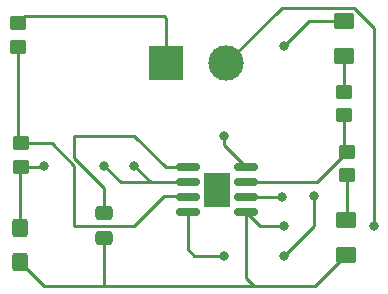
<source format=gbr>
%TF.GenerationSoftware,KiCad,Pcbnew,(6.0.10-0)*%
%TF.CreationDate,2023-02-17T09:13:00-08:00*%
%TF.ProjectId,lab4_Exercise2,6c616234-5f45-4786-9572-63697365322e,rev?*%
%TF.SameCoordinates,Original*%
%TF.FileFunction,Copper,L1,Top*%
%TF.FilePolarity,Positive*%
%FSLAX46Y46*%
G04 Gerber Fmt 4.6, Leading zero omitted, Abs format (unit mm)*
G04 Created by KiCad (PCBNEW (6.0.10-0)) date 2023-02-17 09:13:00*
%MOMM*%
%LPD*%
G01*
G04 APERTURE LIST*
G04 Aperture macros list*
%AMRoundRect*
0 Rectangle with rounded corners*
0 $1 Rounding radius*
0 $2 $3 $4 $5 $6 $7 $8 $9 X,Y pos of 4 corners*
0 Add a 4 corners polygon primitive as box body*
4,1,4,$2,$3,$4,$5,$6,$7,$8,$9,$2,$3,0*
0 Add four circle primitives for the rounded corners*
1,1,$1+$1,$2,$3*
1,1,$1+$1,$4,$5*
1,1,$1+$1,$6,$7*
1,1,$1+$1,$8,$9*
0 Add four rect primitives between the rounded corners*
20,1,$1+$1,$2,$3,$4,$5,0*
20,1,$1+$1,$4,$5,$6,$7,0*
20,1,$1+$1,$6,$7,$8,$9,0*
20,1,$1+$1,$8,$9,$2,$3,0*%
G04 Aperture macros list end*
%TA.AperFunction,SMDPad,CuDef*%
%ADD10RoundRect,0.250001X0.624999X-0.462499X0.624999X0.462499X-0.624999X0.462499X-0.624999X-0.462499X0*%
%TD*%
%TA.AperFunction,SMDPad,CuDef*%
%ADD11RoundRect,0.250000X-0.450000X0.350000X-0.450000X-0.350000X0.450000X-0.350000X0.450000X0.350000X0*%
%TD*%
%TA.AperFunction,SMDPad,CuDef*%
%ADD12RoundRect,0.150000X0.825000X0.150000X-0.825000X0.150000X-0.825000X-0.150000X0.825000X-0.150000X0*%
%TD*%
%TA.AperFunction,SMDPad,CuDef*%
%ADD13R,2.290000X3.000000*%
%TD*%
%TA.AperFunction,ComponentPad*%
%ADD14R,3.000000X3.000000*%
%TD*%
%TA.AperFunction,ComponentPad*%
%ADD15C,3.000000*%
%TD*%
%TA.AperFunction,SMDPad,CuDef*%
%ADD16RoundRect,0.250000X-0.425000X0.537500X-0.425000X-0.537500X0.425000X-0.537500X0.425000X0.537500X0*%
%TD*%
%TA.AperFunction,SMDPad,CuDef*%
%ADD17RoundRect,0.250000X-0.475000X0.337500X-0.475000X-0.337500X0.475000X-0.337500X0.475000X0.337500X0*%
%TD*%
%TA.AperFunction,ViaPad*%
%ADD18C,0.800000*%
%TD*%
%TA.AperFunction,Conductor*%
%ADD19C,0.250000*%
%TD*%
G04 APERTURE END LIST*
D10*
%TO.P,D1,1,K*%
%TO.N,Net-(D1-Pad1)*%
X157480000Y-79597500D03*
%TO.P,D1,2,A*%
%TO.N,+9V*%
X157480000Y-76622500D03*
%TD*%
D11*
%TO.P,R2,1*%
%TO.N,/pin_7*%
X130090000Y-86991744D03*
%TO.P,R2,2*%
%TO.N,/pin_2*%
X130090000Y-88991744D03*
%TD*%
%TO.P,R4,1*%
%TO.N,/pin_3*%
X157730000Y-87730000D03*
%TO.P,R4,2*%
%TO.N,Net-(D2-Pad2)*%
X157730000Y-89730000D03*
%TD*%
%TO.P,R3,1*%
%TO.N,Net-(D1-Pad1)*%
X157480000Y-82650000D03*
%TO.P,R3,2*%
%TO.N,/pin_3*%
X157480000Y-84650000D03*
%TD*%
D12*
%TO.P,U1,1,GND*%
%TO.N,GND*%
X149205000Y-92857500D03*
%TO.P,U1,2,TR*%
%TO.N,/pin_2*%
X149205000Y-91587500D03*
%TO.P,U1,3,Q*%
%TO.N,/pin_3*%
X149205000Y-90317500D03*
%TO.P,U1,4,R*%
%TO.N,+9V*%
X149205000Y-89047500D03*
%TO.P,U1,5,CV*%
%TO.N,Net-(C2-Pad1)*%
X144255000Y-89047500D03*
%TO.P,U1,6,THR*%
%TO.N,/pin_2*%
X144255000Y-90317500D03*
%TO.P,U1,7,DIS*%
%TO.N,/pin_7*%
X144255000Y-91587500D03*
%TO.P,U1,8,VCC*%
%TO.N,+9V*%
X144255000Y-92857500D03*
D13*
%TO.P,U1,9*%
%TO.N,N/C*%
X146730000Y-90952500D03*
%TD*%
D11*
%TO.P,R1,1*%
%TO.N,+9V*%
X129825000Y-76831744D03*
%TO.P,R1,2*%
%TO.N,/pin_7*%
X129825000Y-78831744D03*
%TD*%
D14*
%TO.P,J1,1,Pin_1*%
%TO.N,+9V*%
X142430000Y-80260000D03*
D15*
%TO.P,J1,2,Pin_2*%
%TO.N,GND*%
X147510000Y-80260000D03*
%TD*%
D10*
%TO.P,D2,1,K*%
%TO.N,GND*%
X157620000Y-96467500D03*
%TO.P,D2,2,A*%
%TO.N,Net-(D2-Pad2)*%
X157620000Y-93492500D03*
%TD*%
D16*
%TO.P,C1,1*%
%TO.N,/pin_2*%
X130025000Y-94174244D03*
%TO.P,C1,2*%
%TO.N,GND*%
X130025000Y-97049244D03*
%TD*%
D17*
%TO.P,C2,1*%
%TO.N,Net-(C2-Pad1)*%
X137160000Y-92942500D03*
%TO.P,C2,2*%
%TO.N,GND*%
X137160000Y-95017500D03*
%TD*%
D18*
%TO.N,GND*%
X152400000Y-93980000D03*
X160020000Y-93980000D03*
%TO.N,/pin_2*%
X139700000Y-88900000D03*
X137160000Y-88900000D03*
X152252500Y-91587500D03*
X132080000Y-88900000D03*
%TO.N,+9V*%
X152400000Y-96520000D03*
X152400000Y-78740000D03*
X147320000Y-96520000D03*
X154940000Y-91440000D03*
X147320000Y-86360000D03*
%TD*%
D19*
%TO.N,GND*%
X132035756Y-99060000D02*
X149860000Y-99060000D01*
X150327500Y-93980000D02*
X149205000Y-92857500D01*
X149205000Y-98405000D02*
X149860000Y-99060000D01*
X160020000Y-77261828D02*
X160020000Y-93980000D01*
X149205000Y-92857500D02*
X149205000Y-98405000D01*
X149860000Y-99060000D02*
X155027500Y-99060000D01*
X147510000Y-80260000D02*
X152185000Y-75585000D01*
X155027500Y-99060000D02*
X157620000Y-96467500D01*
X152185000Y-75585000D02*
X158343172Y-75585000D01*
X158343172Y-75585000D02*
X160020000Y-77261828D01*
X137160000Y-95017500D02*
X137160000Y-99060000D01*
X130025000Y-97049244D02*
X132035756Y-99060000D01*
X152400000Y-93980000D02*
X150327500Y-93980000D01*
%TO.N,/pin_2*%
X130090000Y-88991744D02*
X130025000Y-89056744D01*
X149205000Y-91587500D02*
X152252500Y-91587500D01*
X141117500Y-90317500D02*
X139700000Y-88900000D01*
X144255000Y-90317500D02*
X141117500Y-90317500D01*
X130025000Y-89056744D02*
X130025000Y-94174244D01*
X137160000Y-88900000D02*
X138577500Y-90317500D01*
X130090000Y-88991744D02*
X131988256Y-88991744D01*
X138577500Y-90317500D02*
X144255000Y-90317500D01*
X131988256Y-88991744D02*
X132080000Y-88900000D01*
%TO.N,/pin_3*%
X157480000Y-87480000D02*
X157730000Y-87730000D01*
X155142500Y-90317500D02*
X149205000Y-90317500D01*
X157730000Y-87730000D02*
X155142500Y-90317500D01*
X157480000Y-84650000D02*
X157480000Y-87480000D01*
%TO.N,+9V*%
X149205000Y-89047500D02*
X147320000Y-87162500D01*
X142430000Y-76390000D02*
X142430000Y-80260000D01*
X130456744Y-76200000D02*
X142240000Y-76200000D01*
X152400000Y-96520000D02*
X154940000Y-93980000D01*
X147320000Y-87162500D02*
X147320000Y-86360000D01*
X142240000Y-76200000D02*
X142430000Y-76390000D01*
X129825000Y-76831744D02*
X130456744Y-76200000D01*
X152400000Y-78740000D02*
X154517500Y-76622500D01*
X144255000Y-92857500D02*
X144255000Y-95995000D01*
X144780000Y-96520000D02*
X147320000Y-96520000D01*
X154517500Y-76622500D02*
X157480000Y-76622500D01*
X154940000Y-93980000D02*
X154940000Y-91440000D01*
X144255000Y-95995000D02*
X144780000Y-96520000D01*
%TO.N,Net-(C2-Pad1)*%
X139700000Y-86360000D02*
X142387500Y-89047500D01*
X137160000Y-90803604D02*
X134620000Y-88263604D01*
X137160000Y-92942500D02*
X137160000Y-90803604D01*
X134620000Y-86360000D02*
X139700000Y-86360000D01*
X134620000Y-88263604D02*
X134620000Y-86360000D01*
X142387500Y-89047500D02*
X144255000Y-89047500D01*
%TO.N,/pin_7*%
X139700000Y-93980000D02*
X142240000Y-91440000D01*
X144107500Y-91440000D02*
X144255000Y-91587500D01*
X132711744Y-86991744D02*
X134620000Y-88900000D01*
X129825000Y-78831744D02*
X129825000Y-86726744D01*
X129825000Y-86726744D02*
X130090000Y-86991744D01*
X130090000Y-86991744D02*
X132711744Y-86991744D01*
X134620000Y-93980000D02*
X139700000Y-93980000D01*
X134620000Y-88900000D02*
X134620000Y-93980000D01*
X142240000Y-91440000D02*
X144107500Y-91440000D01*
%TO.N,Net-(D1-Pad1)*%
X157480000Y-79597500D02*
X157480000Y-82650000D01*
%TO.N,Net-(D2-Pad2)*%
X157730000Y-93382500D02*
X157620000Y-93492500D01*
X157730000Y-89730000D02*
X157730000Y-93382500D01*
%TD*%
M02*

</source>
